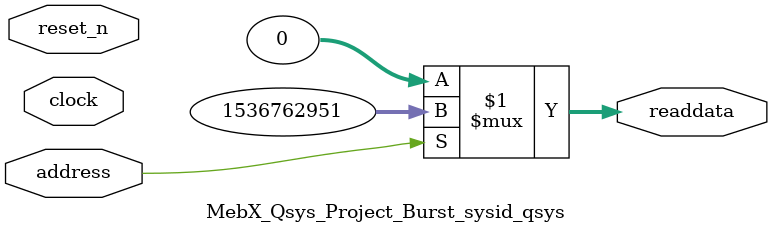
<source format=v>



// synthesis translate_off
`timescale 1ns / 1ps
// synthesis translate_on

// turn off superfluous verilog processor warnings 
// altera message_level Level1 
// altera message_off 10034 10035 10036 10037 10230 10240 10030 

module MebX_Qsys_Project_Burst_sysid_qsys (
               // inputs:
                address,
                clock,
                reset_n,

               // outputs:
                readdata
             )
;

  output  [ 31: 0] readdata;
  input            address;
  input            clock;
  input            reset_n;

  wire    [ 31: 0] readdata;
  //control_slave, which is an e_avalon_slave
  assign readdata = address ? 1536762951 : 0;

endmodule



</source>
